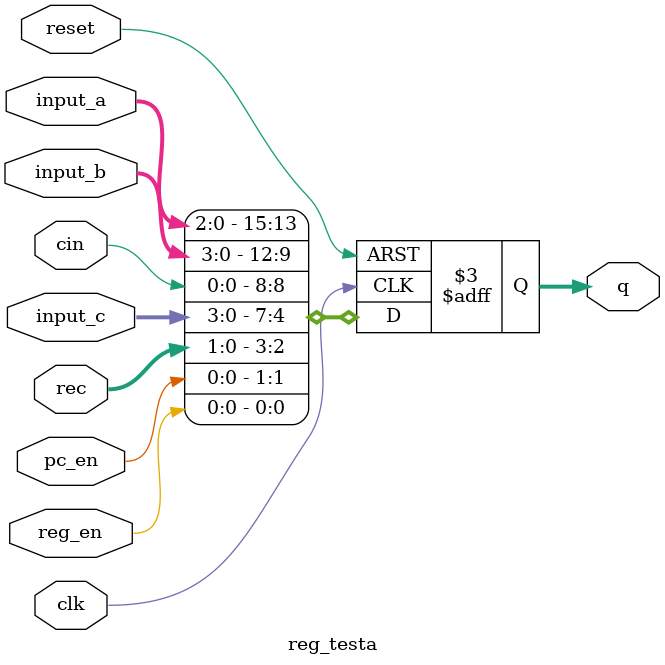
<source format=v>
module reg_testa(
    input clk,
    input reset,
    input [2:0] input_a,
    input [3:0] input_b,
    input [3:0] input_c,
    input cin,
    input [1:0] rec,
    input pc_en,
    input reg_en,
    output reg [15:0] q
);

always @(posedge clk or negedge reset) begin
    if (~reset) begin
        q <= 16'd0;
    end else begin
        q <= {input_a, input_b, cin, input_c, rec, pc_en, reg_en};
    end
end

endmodule

</source>
